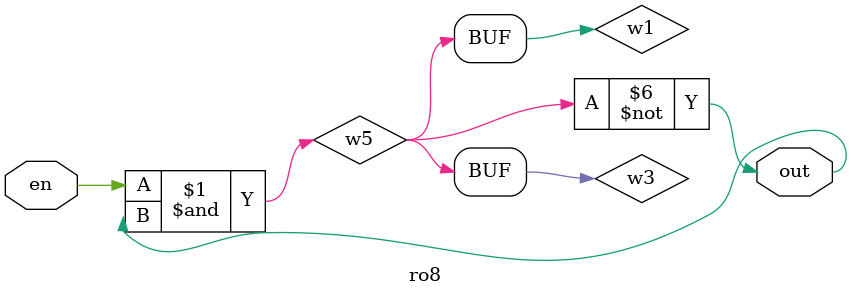
<source format=v>
`timescale 1ns/1ps
module ro1(
				input en,
				output out
			);
	 
       (* S= "TRUE"*)(* ALLOW_COMBINATORIAL_LOOPS = "true", KEEP = "true" *) 
	    wire w1, w2, w3,w4,w5;  
		
		  
        and #1(w1, en, out);
        not #1(w2, w1);
        not #1(w3, w2);
        not #1(w4,w3);
        not #1(w5, w4);
        not #1(out, w5);
       
		
endmodule

module ro2(
				input en,
				output out
			);
	 
       (* S= "TRUE"*)(* ALLOW_COMBINATORIAL_LOOPS = "true", KEEP = "true" *) 
	    wire w1, w2, w3,w4,w5; 
		
		  
        and #2(w1, en, out);
        not #2(w2, w1);
        not #2(w3, w2);
        not #2(w4,w3);
        not #2(w5, w4);
        not #2(out, w5);
        
		
endmodule

module ro3(
				input en,
				output out
			);
	 
       (* S= "TRUE"*)(* ALLOW_COMBINATORIAL_LOOPS = "true", KEEP = "true" *) 
	    wire w1, w2, w3,w4,w5;
		
		  
        and #3(w1, en, out);
        not #3(w2, w1);
        not #3(w3, w2);
        not #3(w4,w3);
        not #3(w5, w4);
        not #3(out, w5);
        
		
endmodule

module ro4(
				input en,
				output out
			);
	 
       (* S= "TRUE"*)(* ALLOW_COMBINATORIAL_LOOPS = "true", KEEP = "true" *) 
	    wire w1, w2, w3,w4,w5;
		
		  
        and #4(w1, en, out);
        not #4(w2, w1);
        not #4(w3, w2);
        not #4(w4,w3);
        not #4(w5, w4);
        not #4(out, w5);
        
		
endmodule

module ro5(
				input en,
				output out
			);
	 
       (* S= "TRUE"*)(* ALLOW_COMBINATORIAL_LOOPS = "true", KEEP = "true" *) 
	    wire w1, w2, w3,w4,w5; 
		
		  
        and #5(w1, en, out);
        not #5(w2, w1);
        not #5(w3, w2);
        not #5(w4,w3);
        not #5(w5, w4);
        not #5(out, w5);
       
		
endmodule

module ro6(
				input en,
				output out
			);
	 
       (* S= "TRUE"*)(* ALLOW_COMBINATORIAL_LOOPS = "true", KEEP = "true" *) 
	    wire w1, w2, w3,w4,w5;
		
		  
        and #6(w1, en, out);
        not #6(w2, w1);
        not #6(w3, w2);
        not #6(w4,w3);
        not #6(w5, w4);
        not #6(out, w5);
        
endmodule

module ro7(
				input en,
				output out
			);
	 
       (* S= "TRUE"*)(* ALLOW_COMBINATORIAL_LOOPS = "true", KEEP = "true" *) 
	    wire w1, w2, w3,w4,w5;  
		
		  
        and #7(w1, en, out);
        not #7(w2, w1);
        not #7(w3, w2);
        not #7(w4,w3);
        not #7(w5, w4);
        not #7(out, w5);
       
		
endmodule

module ro8(
				input en,
				output out
			);
	 
       (* S= "TRUE"*)(* ALLOW_COMBINATORIAL_LOOPS = "true", KEEP = "true" *) 
	    wire w1, w2, w3,w4,w5; 
		
		  
        and #8(w1, en, out);
        not #8(w2, w1);
        not #8(w3, w2);
        not #8(w4,w3);
        not #8(w5, w4);
        not #8(out, w5);
        
		
endmodule


</source>
